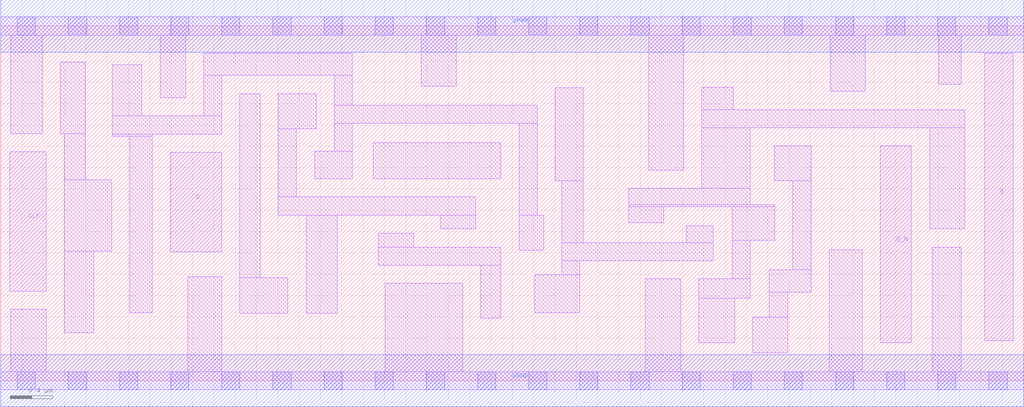
<source format=lef>
# Copyright 2020 The SkyWater PDK Authors
#
# Licensed under the Apache License, Version 2.0 (the "License");
# you may not use this file except in compliance with the License.
# You may obtain a copy of the License at
#
#     https://www.apache.org/licenses/LICENSE-2.0
#
# Unless required by applicable law or agreed to in writing, software
# distributed under the License is distributed on an "AS IS" BASIS,
# WITHOUT WARRANTIES OR CONDITIONS OF ANY KIND, either express or implied.
# See the License for the specific language governing permissions and
# limitations under the License.
#
# SPDX-License-Identifier: Apache-2.0

VERSION 5.7 ;
  NOWIREEXTENSIONATPIN ON ;
  DIVIDERCHAR "/" ;
  BUSBITCHARS "[]" ;
UNITS
  DATABASE MICRONS 200 ;
END UNITS
MACRO sky130_fd_sc_lp__dfxbp_1
  CLASS CORE ;
  FOREIGN sky130_fd_sc_lp__dfxbp_1 ;
  ORIGIN  0.000000  0.000000 ;
  SIZE  9.600000 BY  3.330000 ;
  SYMMETRY X Y R90 ;
  SITE unit ;
  PIN D
    ANTENNAGATEAREA  0.126000 ;
    DIRECTION INPUT ;
    USE SIGNAL ;
    PORT
      LAYER li1 ;
        RECT 1.590000 1.210000 2.075000 2.145000 ;
    END
  END D
  PIN Q
    ANTENNADIFFAREA  0.556500 ;
    DIRECTION OUTPUT ;
    USE SIGNAL ;
    PORT
      LAYER li1 ;
        RECT 9.235000 0.375000 9.505000 3.075000 ;
    END
  END Q
  PIN Q_N
    ANTENNADIFFAREA  0.556500 ;
    DIRECTION OUTPUT ;
    USE SIGNAL ;
    PORT
      LAYER li1 ;
        RECT 8.255000 0.355000 8.545000 2.205000 ;
    END
  END Q_N
  PIN CLK
    ANTENNAGATEAREA  0.159000 ;
    DIRECTION INPUT ;
    USE CLOCK ;
    PORT
      LAYER li1 ;
        RECT 0.085000 0.840000 0.425000 2.150000 ;
    END
  END CLK
  PIN VGND
    DIRECTION INOUT ;
    USE GROUND ;
    PORT
      LAYER met1 ;
        RECT 0.000000 -0.245000 9.600000 0.245000 ;
    END
  END VGND
  PIN VPWR
    DIRECTION INOUT ;
    USE POWER ;
    PORT
      LAYER met1 ;
        RECT 0.000000 3.085000 9.600000 3.575000 ;
    END
  END VPWR
  OBS
    LAYER li1 ;
      RECT 0.000000 -0.085000 9.600000 0.085000 ;
      RECT 0.000000  3.245000 9.600000 3.415000 ;
      RECT 0.095000  0.085000 0.425000 0.670000 ;
      RECT 0.095000  2.320000 0.390000 3.245000 ;
      RECT 0.560000  2.320000 0.795000 2.990000 ;
      RECT 0.595000  0.450000 0.875000 1.215000 ;
      RECT 0.595000  1.215000 1.040000 1.885000 ;
      RECT 0.595000  1.885000 0.795000 2.320000 ;
      RECT 1.045000  2.295000 1.420000 2.315000 ;
      RECT 1.045000  2.315000 2.075000 2.485000 ;
      RECT 1.045000  2.485000 1.325000 2.965000 ;
      RECT 1.210000  0.640000 1.420000 2.295000 ;
      RECT 1.495000  2.655000 1.735000 3.245000 ;
      RECT 1.755000  0.085000 2.075000 0.975000 ;
      RECT 1.905000  2.485000 2.075000 2.865000 ;
      RECT 1.905000  2.865000 3.300000 3.075000 ;
      RECT 2.245000  0.635000 2.695000 0.965000 ;
      RECT 2.245000  0.965000 2.435000 2.695000 ;
      RECT 2.605000  1.555000 4.460000 1.725000 ;
      RECT 2.605000  1.725000 2.775000 2.365000 ;
      RECT 2.605000  2.365000 2.960000 2.695000 ;
      RECT 2.865000  0.635000 3.160000 1.555000 ;
      RECT 2.945000  1.895000 3.300000 2.155000 ;
      RECT 3.130000  2.155000 3.300000 2.415000 ;
      RECT 3.130000  2.415000 5.035000 2.585000 ;
      RECT 3.130000  2.585000 3.300000 2.865000 ;
      RECT 3.495000  1.895000 4.695000 2.235000 ;
      RECT 3.545000  1.085000 4.695000 1.255000 ;
      RECT 3.545000  1.255000 3.875000 1.385000 ;
      RECT 3.610000  0.085000 4.335000 0.915000 ;
      RECT 3.945000  2.765000 4.275000 3.245000 ;
      RECT 4.130000  1.425000 4.460000 1.555000 ;
      RECT 4.505000  0.585000 4.695000 1.085000 ;
      RECT 4.865000  1.225000 5.095000 1.555000 ;
      RECT 4.865000  1.555000 5.035000 2.415000 ;
      RECT 5.010000  0.640000 5.435000 0.995000 ;
      RECT 5.205000  1.875000 5.465000 2.750000 ;
      RECT 5.265000  0.995000 5.435000 1.125000 ;
      RECT 5.265000  1.125000 6.685000 1.295000 ;
      RECT 5.265000  1.295000 5.465000 1.875000 ;
      RECT 5.895000  1.485000 6.225000 1.635000 ;
      RECT 5.895000  1.635000 7.265000 1.650000 ;
      RECT 5.895000  1.650000 7.035000 1.805000 ;
      RECT 6.050000  0.085000 6.380000 0.955000 ;
      RECT 6.080000  1.975000 6.410000 3.245000 ;
      RECT 6.435000  1.295000 6.685000 1.455000 ;
      RECT 6.550000  0.355000 6.890000 0.775000 ;
      RECT 6.550000  0.775000 7.035000 0.955000 ;
      RECT 6.580000  1.805000 7.035000 2.375000 ;
      RECT 6.580000  2.375000 9.050000 2.545000 ;
      RECT 6.580000  2.545000 6.875000 2.755000 ;
      RECT 6.865000  0.955000 7.035000 1.320000 ;
      RECT 6.865000  1.320000 7.265000 1.635000 ;
      RECT 7.060000  0.265000 7.385000 0.595000 ;
      RECT 7.215000  0.595000 7.385000 0.830000 ;
      RECT 7.215000  0.830000 7.605000 1.040000 ;
      RECT 7.260000  1.875000 7.605000 2.205000 ;
      RECT 7.435000  1.040000 7.605000 1.875000 ;
      RECT 7.775000  0.085000 8.085000 1.230000 ;
      RECT 7.785000  2.715000 8.115000 3.245000 ;
      RECT 8.720000  1.425000 9.050000 2.375000 ;
      RECT 8.745000  0.085000 9.015000 1.255000 ;
      RECT 8.805000  2.785000 9.015000 3.245000 ;
    LAYER mcon ;
      RECT 0.155000 -0.085000 0.325000 0.085000 ;
      RECT 0.155000  3.245000 0.325000 3.415000 ;
      RECT 0.635000 -0.085000 0.805000 0.085000 ;
      RECT 0.635000  3.245000 0.805000 3.415000 ;
      RECT 1.115000 -0.085000 1.285000 0.085000 ;
      RECT 1.115000  3.245000 1.285000 3.415000 ;
      RECT 1.595000 -0.085000 1.765000 0.085000 ;
      RECT 1.595000  3.245000 1.765000 3.415000 ;
      RECT 2.075000 -0.085000 2.245000 0.085000 ;
      RECT 2.075000  3.245000 2.245000 3.415000 ;
      RECT 2.555000 -0.085000 2.725000 0.085000 ;
      RECT 2.555000  3.245000 2.725000 3.415000 ;
      RECT 3.035000 -0.085000 3.205000 0.085000 ;
      RECT 3.035000  3.245000 3.205000 3.415000 ;
      RECT 3.515000 -0.085000 3.685000 0.085000 ;
      RECT 3.515000  3.245000 3.685000 3.415000 ;
      RECT 3.995000 -0.085000 4.165000 0.085000 ;
      RECT 3.995000  3.245000 4.165000 3.415000 ;
      RECT 4.475000 -0.085000 4.645000 0.085000 ;
      RECT 4.475000  3.245000 4.645000 3.415000 ;
      RECT 4.955000 -0.085000 5.125000 0.085000 ;
      RECT 4.955000  3.245000 5.125000 3.415000 ;
      RECT 5.435000 -0.085000 5.605000 0.085000 ;
      RECT 5.435000  3.245000 5.605000 3.415000 ;
      RECT 5.915000 -0.085000 6.085000 0.085000 ;
      RECT 5.915000  3.245000 6.085000 3.415000 ;
      RECT 6.395000 -0.085000 6.565000 0.085000 ;
      RECT 6.395000  3.245000 6.565000 3.415000 ;
      RECT 6.875000 -0.085000 7.045000 0.085000 ;
      RECT 6.875000  3.245000 7.045000 3.415000 ;
      RECT 7.355000 -0.085000 7.525000 0.085000 ;
      RECT 7.355000  3.245000 7.525000 3.415000 ;
      RECT 7.835000 -0.085000 8.005000 0.085000 ;
      RECT 7.835000  3.245000 8.005000 3.415000 ;
      RECT 8.315000 -0.085000 8.485000 0.085000 ;
      RECT 8.315000  3.245000 8.485000 3.415000 ;
      RECT 8.795000 -0.085000 8.965000 0.085000 ;
      RECT 8.795000  3.245000 8.965000 3.415000 ;
      RECT 9.275000 -0.085000 9.445000 0.085000 ;
      RECT 9.275000  3.245000 9.445000 3.415000 ;
  END
END sky130_fd_sc_lp__dfxbp_1
END LIBRARY

</source>
